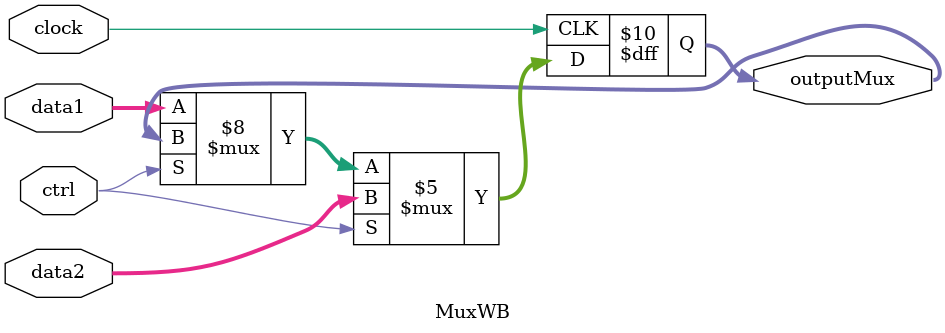
<source format=v>
module MuxWB(clock, data1, data2, ctrl, outputMux);

    input [15:0]data1;
    input [15:0]data2;
    input ctrl;
    input clock;

    output reg [15:0]outputMux;

    always @ (negedge clock)begin
        if(ctrl == 0)begin
            outputMux = data1;
        end if(ctrl == 1)begin
            outputMux = data2;
        end
    end
endmodule
</source>
